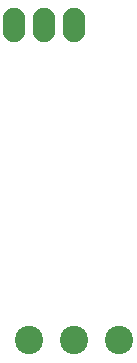
<source format=gbr>
G04 #@! TF.FileFunction,Soldermask,Bot*
%FSLAX46Y46*%
G04 Gerber Fmt 4.6, Leading zero omitted, Abs format (unit mm)*
G04 Created by KiCad (PCBNEW 4.0.0-rc1-stable) date 09/10/2015 2:09:20 PM*
%MOMM*%
G01*
G04 APERTURE LIST*
%ADD10C,0.100000*%
%ADD11O,1.901140X2.899360*%
%ADD12C,2.398980*%
G04 APERTURE END LIST*
D10*
D11*
X142240000Y-109220000D03*
X139700000Y-109220000D03*
X144780000Y-109220000D03*
D12*
X140970000Y-135890000D03*
X148590000Y-135890000D03*
X144780000Y-135890000D03*
M02*

</source>
